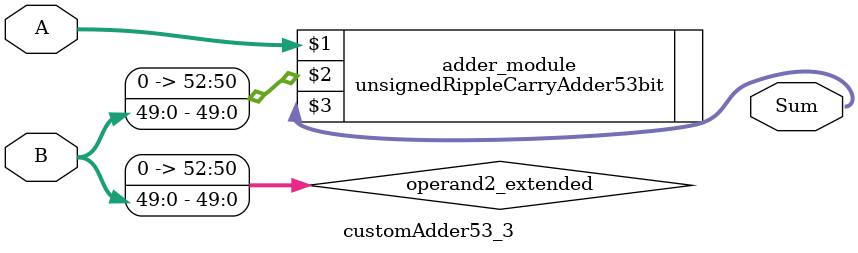
<source format=v>
module customAdder53_3(
                        input [52 : 0] A,
                        input [49 : 0] B,
                        
                        output [53 : 0] Sum
                );

        wire [52 : 0] operand2_extended;
        
        assign operand2_extended =  {3'b0, B};
        
        unsignedRippleCarryAdder53bit adder_module(
            A,
            operand2_extended,
            Sum
        );
        
        endmodule
        
</source>
